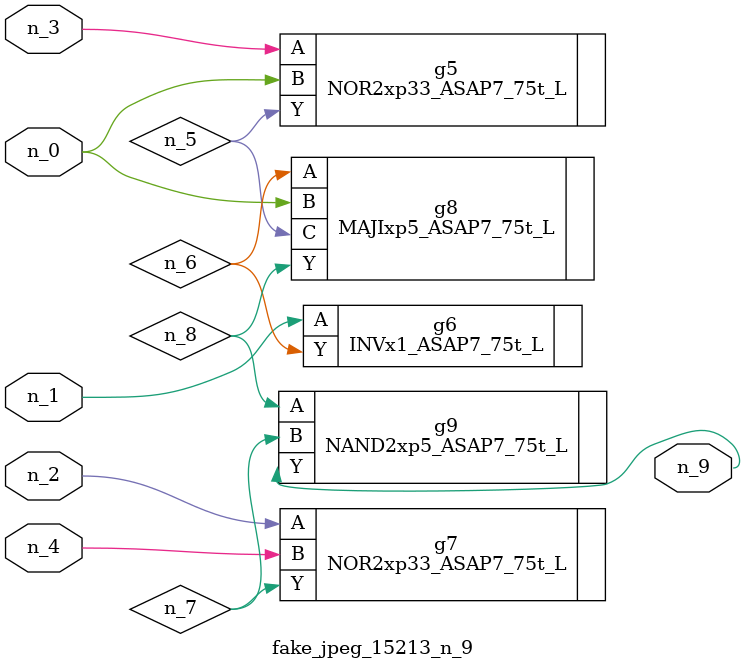
<source format=v>
module fake_jpeg_15213_n_9 (n_3, n_2, n_1, n_0, n_4, n_9);

input n_3;
input n_2;
input n_1;
input n_0;
input n_4;

output n_9;

wire n_8;
wire n_6;
wire n_5;
wire n_7;

NOR2xp33_ASAP7_75t_L g5 ( 
.A(n_3),
.B(n_0),
.Y(n_5)
);

INVx1_ASAP7_75t_L g6 ( 
.A(n_1),
.Y(n_6)
);

NOR2xp33_ASAP7_75t_L g7 ( 
.A(n_2),
.B(n_4),
.Y(n_7)
);

MAJIxp5_ASAP7_75t_L g8 ( 
.A(n_6),
.B(n_0),
.C(n_5),
.Y(n_8)
);

NAND2xp5_ASAP7_75t_L g9 ( 
.A(n_8),
.B(n_7),
.Y(n_9)
);


endmodule
</source>
